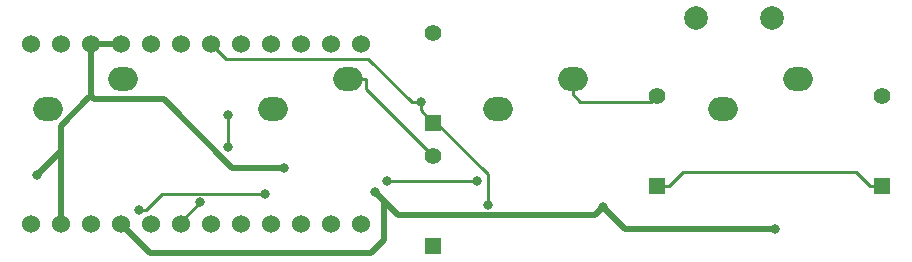
<source format=gtl>
G04 #@! TF.GenerationSoftware,KiCad,Pcbnew,(7.0.0)*
G04 #@! TF.CreationDate,2023-03-28T15:00:26+09:00*
G04 #@! TF.ProjectId,kosame4,6b6f7361-6d65-4342-9e6b-696361645f70,rev?*
G04 #@! TF.SameCoordinates,Original*
G04 #@! TF.FileFunction,Copper,L1,Top*
G04 #@! TF.FilePolarity,Positive*
%FSLAX46Y46*%
G04 Gerber Fmt 4.6, Leading zero omitted, Abs format (unit mm)*
G04 Created by KiCad (PCBNEW (7.0.0)) date 2023-03-28 15:00:26*
%MOMM*%
%LPD*%
G01*
G04 APERTURE LIST*
G04 #@! TA.AperFunction,ComponentPad*
%ADD10O,2.500000X2.000000*%
G04 #@! TD*
G04 #@! TA.AperFunction,ComponentPad*
%ADD11R,1.397000X1.397000*%
G04 #@! TD*
G04 #@! TA.AperFunction,ComponentPad*
%ADD12C,1.397000*%
G04 #@! TD*
G04 #@! TA.AperFunction,ComponentPad*
%ADD13C,1.524000*%
G04 #@! TD*
G04 #@! TA.AperFunction,ComponentPad*
%ADD14C,2.000000*%
G04 #@! TD*
G04 #@! TA.AperFunction,ViaPad*
%ADD15C,0.800000*%
G04 #@! TD*
G04 #@! TA.AperFunction,Conductor*
%ADD16C,0.500000*%
G04 #@! TD*
G04 #@! TA.AperFunction,Conductor*
%ADD17C,0.250000*%
G04 #@! TD*
G04 APERTURE END LIST*
D10*
X36671299Y-30797499D03*
X43021299Y-28257499D03*
D11*
X69341999Y-32006999D03*
D12*
X69342000Y-24387000D03*
D13*
X35242500Y-25307200D03*
X37782500Y-25307200D03*
X40322500Y-25307200D03*
X42862500Y-25307200D03*
X45402500Y-25307200D03*
X47942500Y-25307200D03*
X50482500Y-25307200D03*
X53022500Y-25307200D03*
X55562500Y-25307200D03*
X58102500Y-25307200D03*
X60642500Y-25307200D03*
X63182500Y-25307200D03*
X63182500Y-40527200D03*
X60642500Y-40527200D03*
X58102500Y-40527200D03*
X55562500Y-40527200D03*
X53022500Y-40527200D03*
X50482500Y-40527200D03*
X47942500Y-40527200D03*
X45402500Y-40527200D03*
X42862500Y-40527200D03*
X40322500Y-40527200D03*
X37782500Y-40527200D03*
X35242500Y-40527200D03*
D10*
X55721299Y-30797499D03*
X62071299Y-28257499D03*
X74771299Y-30797499D03*
X81121299Y-28257499D03*
D11*
X107314999Y-37334999D03*
D12*
X107315000Y-29715000D03*
D11*
X69341999Y-42417999D03*
D12*
X69342000Y-34798000D03*
D11*
X88264999Y-37334999D03*
D12*
X88265000Y-29715000D03*
D10*
X93821299Y-30797499D03*
X100171299Y-28257499D03*
D14*
X98044000Y-23114000D03*
X91544000Y-23114000D03*
D15*
X68259000Y-30254900D03*
X73921100Y-38955100D03*
X83726100Y-39127100D03*
X98291300Y-40946100D03*
X64405600Y-37844500D03*
X44437700Y-39355400D03*
X55054800Y-38009900D03*
X56682900Y-35807000D03*
X35777800Y-36406800D03*
X65431100Y-36935500D03*
X73030400Y-36935500D03*
X49591900Y-38735100D03*
X51950000Y-31350000D03*
X51950000Y-34050000D03*
D16*
X46488600Y-30000000D02*
X52295600Y-35807000D01*
X52295600Y-35807000D02*
X56682900Y-35807000D01*
X40615000Y-30000000D02*
X46488600Y-30000000D01*
X40452500Y-29837500D02*
X40615000Y-30000000D01*
X65150000Y-38588900D02*
X64405600Y-37844500D01*
X65150000Y-41900000D02*
X65150000Y-38588900D01*
X64050000Y-43000000D02*
X65150000Y-41900000D01*
X45335300Y-43000000D02*
X64050000Y-43000000D01*
X42862500Y-40527200D02*
X45335300Y-43000000D01*
D17*
X69342000Y-32007000D02*
X69342000Y-31751100D01*
X50482500Y-25307200D02*
X51738500Y-26563200D01*
X73921100Y-36330200D02*
X73921100Y-38955100D01*
X69342000Y-31751100D02*
X73921100Y-36330200D01*
X90466800Y-36156800D02*
X105113200Y-36156800D01*
X68259000Y-30254900D02*
X68259000Y-30924000D01*
X63813200Y-26563200D02*
X67504900Y-30254900D01*
X88265000Y-37335000D02*
X89288600Y-37335000D01*
X105113200Y-36156800D02*
X106291400Y-37335000D01*
X68259000Y-30924000D02*
X69342000Y-32007000D01*
X107315000Y-37335000D02*
X106291400Y-37335000D01*
X89288600Y-37335000D02*
X90466800Y-36156800D01*
X67504900Y-30254900D02*
X68259000Y-30254900D01*
X51738500Y-26563200D02*
X63813200Y-26563200D01*
X63646400Y-29102400D02*
X63646400Y-28257500D01*
X62071300Y-28257500D02*
X63646400Y-28257500D01*
X69342000Y-34798000D02*
X63646400Y-29102400D01*
X87730000Y-30250000D02*
X81788700Y-30250000D01*
X81121300Y-29582600D02*
X81121300Y-28257500D01*
X81788700Y-30250000D02*
X81121300Y-29582600D01*
X88265000Y-29715000D02*
X87730000Y-30250000D01*
D16*
X85545100Y-40946100D02*
X98291300Y-40946100D01*
X66366300Y-39805200D02*
X83048000Y-39805200D01*
X64405600Y-37844500D02*
X66366300Y-39805200D01*
X83726100Y-39127100D02*
X85545100Y-40946100D01*
X83048000Y-39805200D02*
X83726100Y-39127100D01*
D17*
X55054800Y-38009900D02*
X46340100Y-38009900D01*
X46340100Y-38009900D02*
X44994600Y-39355400D01*
X44994600Y-39355400D02*
X44437700Y-39355400D01*
D16*
X42862500Y-25307200D02*
X40322500Y-25307200D01*
X37734600Y-34450000D02*
X35777800Y-36406800D01*
X37782500Y-32267500D02*
X37782500Y-40527200D01*
X40322500Y-29707500D02*
X40452500Y-29837500D01*
X40452500Y-29837500D02*
X40212500Y-29837500D01*
X40322500Y-25307200D02*
X40322500Y-29707500D01*
X37782500Y-34450000D02*
X37734600Y-34450000D01*
X40212500Y-29837500D02*
X37782500Y-32267500D01*
D17*
X65431100Y-36935500D02*
X73030400Y-36935500D01*
X47942500Y-40527200D02*
X47942500Y-40384500D01*
X47942500Y-40384500D02*
X49591900Y-38735100D01*
X51950000Y-34050000D02*
X51950000Y-31350000D01*
M02*

</source>
